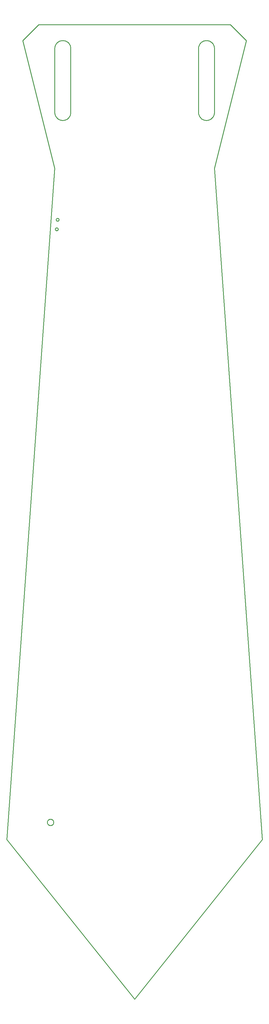
<source format=gbr>
G04 EAGLE Gerber RS-274X export*
G75*
%MOMM*%
%FSLAX34Y34*%
%LPD*%
%IN*%
%IPPOS*%
%AMOC8*
5,1,8,0,0,1.08239X$1,22.5*%
G01*
%ADD10C,0.254000*%


D10*
X-400000Y-2500000D02*
X0Y-3000000D01*
X400000Y-2500000D01*
X250000Y-400000D01*
X350000Y0D01*
X300000Y50000D01*
X-300000Y50000D01*
X-350000Y0D01*
X-250000Y-400000D01*
X-400000Y-2500000D01*
X200000Y-224600D02*
X200095Y-226779D01*
X200380Y-228941D01*
X200852Y-231070D01*
X201508Y-233151D01*
X202342Y-235165D01*
X203349Y-237100D01*
X204521Y-238939D01*
X205849Y-240670D01*
X207322Y-242278D01*
X208930Y-243751D01*
X210661Y-245079D01*
X212500Y-246251D01*
X214435Y-247258D01*
X216450Y-248092D01*
X218530Y-248748D01*
X220659Y-249220D01*
X222821Y-249505D01*
X225000Y-249600D01*
X227179Y-249505D01*
X229341Y-249220D01*
X231470Y-248748D01*
X233551Y-248092D01*
X235565Y-247258D01*
X237500Y-246251D01*
X239339Y-245079D01*
X241070Y-243751D01*
X242678Y-242278D01*
X244151Y-240670D01*
X245479Y-238939D01*
X246651Y-237100D01*
X247658Y-235165D01*
X248492Y-233151D01*
X249148Y-231070D01*
X249620Y-228941D01*
X249905Y-226779D01*
X250000Y-224600D01*
X250000Y-24600D01*
X249905Y-22421D01*
X249620Y-20259D01*
X249148Y-18130D01*
X248492Y-16050D01*
X247658Y-14035D01*
X246651Y-12100D01*
X245479Y-10261D01*
X244151Y-8530D01*
X242678Y-6922D01*
X241070Y-5449D01*
X239339Y-4121D01*
X237500Y-2949D01*
X235565Y-1942D01*
X233551Y-1108D01*
X231470Y-452D01*
X229341Y20D01*
X227179Y305D01*
X225000Y400D01*
X222821Y305D01*
X220659Y20D01*
X218530Y-452D01*
X216450Y-1108D01*
X214435Y-1942D01*
X212500Y-2949D01*
X210661Y-4121D01*
X208930Y-5449D01*
X207322Y-6922D01*
X205849Y-8530D01*
X204521Y-10261D01*
X203349Y-12100D01*
X202342Y-14035D01*
X201508Y-16050D01*
X200852Y-18130D01*
X200380Y-20259D01*
X200095Y-22421D01*
X200000Y-24600D01*
X200000Y-224600D01*
X-250000Y-224600D02*
X-249905Y-226779D01*
X-249620Y-228941D01*
X-249148Y-231070D01*
X-248492Y-233151D01*
X-247658Y-235165D01*
X-246651Y-237100D01*
X-245479Y-238939D01*
X-244151Y-240670D01*
X-242678Y-242278D01*
X-241070Y-243751D01*
X-239339Y-245079D01*
X-237500Y-246251D01*
X-235565Y-247258D01*
X-233551Y-248092D01*
X-231470Y-248748D01*
X-229341Y-249220D01*
X-227179Y-249505D01*
X-225000Y-249600D01*
X-222821Y-249505D01*
X-220659Y-249220D01*
X-218530Y-248748D01*
X-216450Y-248092D01*
X-214435Y-247258D01*
X-212500Y-246251D01*
X-210661Y-245079D01*
X-208930Y-243751D01*
X-207322Y-242278D01*
X-205849Y-240670D01*
X-204521Y-238939D01*
X-203349Y-237100D01*
X-202342Y-235165D01*
X-201508Y-233151D01*
X-200852Y-231070D01*
X-200380Y-228941D01*
X-200095Y-226779D01*
X-200000Y-224600D01*
X-200000Y-24600D01*
X-200095Y-22421D01*
X-200380Y-20259D01*
X-200852Y-18130D01*
X-201508Y-16050D01*
X-202342Y-14035D01*
X-203349Y-12100D01*
X-204521Y-10261D01*
X-205849Y-8530D01*
X-207322Y-6922D01*
X-208930Y-5449D01*
X-210661Y-4121D01*
X-212500Y-2949D01*
X-214435Y-1942D01*
X-216450Y-1108D01*
X-218530Y-452D01*
X-220659Y20D01*
X-222821Y305D01*
X-225000Y400D01*
X-227179Y305D01*
X-229341Y20D01*
X-231470Y-452D01*
X-233551Y-1108D01*
X-235565Y-1942D01*
X-237500Y-2949D01*
X-239339Y-4121D01*
X-241070Y-5449D01*
X-242678Y-6922D01*
X-244151Y-8530D01*
X-245479Y-10261D01*
X-246651Y-12100D01*
X-247658Y-14035D01*
X-248492Y-16050D01*
X-249148Y-18130D01*
X-249620Y-20259D01*
X-249905Y-22421D01*
X-250000Y-24600D01*
X-250000Y-224600D01*
X-253398Y-2445969D02*
X-253474Y-2445100D01*
X-253626Y-2444240D01*
X-253852Y-2443396D01*
X-254150Y-2442576D01*
X-254519Y-2441784D01*
X-254956Y-2441028D01*
X-255457Y-2440313D01*
X-256018Y-2439644D01*
X-256636Y-2439026D01*
X-257305Y-2438465D01*
X-258020Y-2437964D01*
X-258776Y-2437527D01*
X-259568Y-2437158D01*
X-260388Y-2436860D01*
X-261232Y-2436634D01*
X-262092Y-2436482D01*
X-262961Y-2436406D01*
X-263835Y-2436406D01*
X-264705Y-2436482D01*
X-265564Y-2436634D01*
X-266408Y-2436860D01*
X-267228Y-2437158D01*
X-268020Y-2437527D01*
X-268776Y-2437964D01*
X-269491Y-2438465D01*
X-270160Y-2439026D01*
X-270778Y-2439644D01*
X-271339Y-2440313D01*
X-271840Y-2441028D01*
X-272277Y-2441784D01*
X-272646Y-2442576D01*
X-272944Y-2443396D01*
X-273170Y-2444240D01*
X-273322Y-2445100D01*
X-273398Y-2445969D01*
X-273398Y-2446843D01*
X-273322Y-2447713D01*
X-273170Y-2448572D01*
X-272944Y-2449416D01*
X-272646Y-2450236D01*
X-272277Y-2451028D01*
X-271840Y-2451784D01*
X-271339Y-2452499D01*
X-270778Y-2453168D01*
X-270160Y-2453786D01*
X-269491Y-2454347D01*
X-268776Y-2454848D01*
X-268020Y-2455285D01*
X-267228Y-2455654D01*
X-266408Y-2455952D01*
X-265564Y-2456178D01*
X-264705Y-2456330D01*
X-263835Y-2456406D01*
X-262961Y-2456406D01*
X-262092Y-2456330D01*
X-261232Y-2456178D01*
X-260388Y-2455952D01*
X-259568Y-2455654D01*
X-258776Y-2455285D01*
X-258020Y-2454848D01*
X-257305Y-2454347D01*
X-256636Y-2453786D01*
X-256018Y-2453168D01*
X-255457Y-2452499D01*
X-254956Y-2451784D01*
X-254519Y-2451028D01*
X-254150Y-2450236D01*
X-253852Y-2449416D01*
X-253626Y-2448572D01*
X-253474Y-2447713D01*
X-253398Y-2446843D01*
X-253398Y-2445969D01*
X-239368Y-590337D02*
X-239393Y-589748D01*
X-239496Y-589167D01*
X-239673Y-588605D01*
X-239922Y-588070D01*
X-240239Y-587572D01*
X-240619Y-587120D01*
X-241053Y-586722D01*
X-241537Y-586384D01*
X-242060Y-586111D01*
X-242614Y-585909D01*
X-243190Y-585782D01*
X-243778Y-585730D01*
X-244367Y-585756D01*
X-244948Y-585859D01*
X-245511Y-586036D01*
X-246045Y-586285D01*
X-246543Y-586602D01*
X-246995Y-586981D01*
X-247393Y-587416D01*
X-247732Y-587899D01*
X-248004Y-588423D01*
X-248206Y-588977D01*
X-248333Y-589553D01*
X-248385Y-590141D01*
X-248359Y-590730D01*
X-248257Y-591311D01*
X-248079Y-591873D01*
X-247830Y-592408D01*
X-247513Y-592906D01*
X-247134Y-593357D01*
X-246699Y-593756D01*
X-246216Y-594094D01*
X-245692Y-594367D01*
X-245138Y-594568D01*
X-244562Y-594696D01*
X-243975Y-594748D01*
X-243385Y-594722D01*
X-242804Y-594619D01*
X-242242Y-594442D01*
X-241707Y-594193D01*
X-241210Y-593876D01*
X-240758Y-593497D01*
X-240359Y-593062D01*
X-240021Y-592578D01*
X-239748Y-592055D01*
X-239547Y-591501D01*
X-239419Y-590925D01*
X-239368Y-590337D01*
X-236755Y-560479D02*
X-236781Y-559890D01*
X-236883Y-559309D01*
X-237061Y-558747D01*
X-237310Y-558212D01*
X-237627Y-557714D01*
X-238006Y-557263D01*
X-238441Y-556864D01*
X-238924Y-556526D01*
X-239448Y-556253D01*
X-240002Y-556052D01*
X-240578Y-555924D01*
X-241166Y-555872D01*
X-241755Y-555898D01*
X-242336Y-556001D01*
X-242898Y-556178D01*
X-243433Y-556427D01*
X-243931Y-556744D01*
X-244382Y-557123D01*
X-244781Y-557558D01*
X-245119Y-558042D01*
X-245392Y-558565D01*
X-245593Y-559119D01*
X-245721Y-559695D01*
X-245772Y-560283D01*
X-245747Y-560872D01*
X-245644Y-561453D01*
X-245467Y-562015D01*
X-245218Y-562550D01*
X-244901Y-563048D01*
X-244522Y-563500D01*
X-244087Y-563898D01*
X-243603Y-564236D01*
X-243080Y-564509D01*
X-242526Y-564711D01*
X-241950Y-564838D01*
X-241362Y-564890D01*
X-240773Y-564864D01*
X-240192Y-564761D01*
X-239629Y-564584D01*
X-239095Y-564335D01*
X-238597Y-564018D01*
X-238145Y-563639D01*
X-237747Y-563204D01*
X-237409Y-562721D01*
X-237136Y-562197D01*
X-236934Y-561643D01*
X-236807Y-561067D01*
X-236755Y-560479D01*
M02*

</source>
